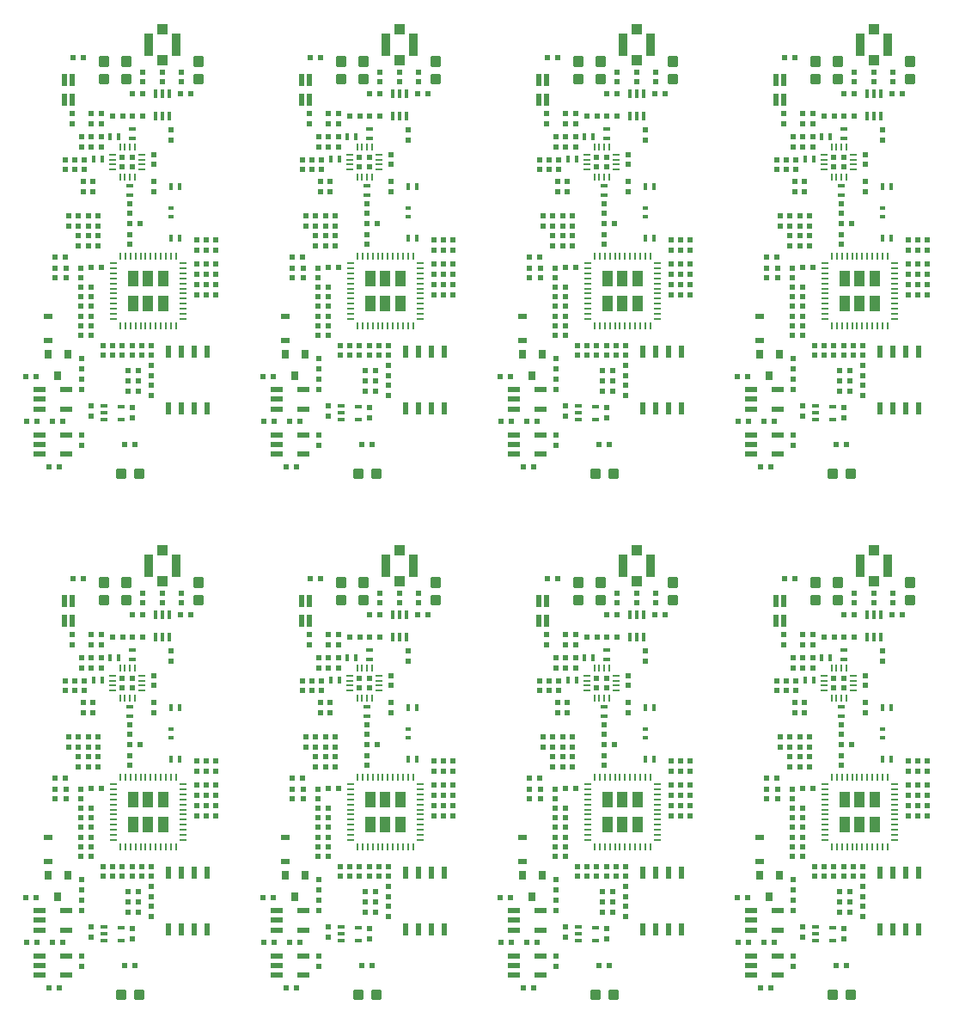
<source format=gtp>
G04 EAGLE Gerber RS-274X export*
G75*
%MOMM*%
%FSLAX34Y34*%
%LPD*%
%INSolderpaste Top*%
%IPPOS*%
%AMOC8*
5,1,8,0,0,1.08239X$1,22.5*%
G01*
%ADD10R,0.250000X0.700000*%
%ADD11R,0.700000X0.250000*%
%ADD12R,1.000000X1.500000*%
%ADD13R,0.250000X0.800000*%
%ADD14R,0.800000X0.250000*%
%ADD15R,0.600000X0.600000*%
%ADD16R,0.450000X0.950000*%
%ADD17R,0.850000X2.200000*%
%ADD18R,1.000000X1.050000*%
%ADD19R,0.750000X0.400000*%
%ADD20R,0.685800X0.330200*%
%ADD21C,0.300000*%
%ADD22R,0.500000X0.550000*%
%ADD23R,0.660400X0.355600*%
%ADD24R,0.355600X0.660400*%
%ADD25R,0.600000X0.400000*%
%ADD26R,0.600000X1.200000*%
%ADD27R,1.200000X0.550000*%
%ADD28R,0.550000X1.150000*%
%ADD29R,0.830000X0.630000*%
%ADD30R,0.800000X0.900000*%


D10*
X104580Y193330D03*
X109580Y193330D03*
X114580Y193330D03*
X119580Y193330D03*
X124580Y193330D03*
X129580Y193330D03*
X134580Y193330D03*
X139580Y193330D03*
X144580Y193330D03*
X149580Y193330D03*
X154580Y193330D03*
X159580Y193330D03*
D11*
X166080Y199830D03*
X166080Y204830D03*
X166080Y209830D03*
X166080Y214830D03*
X166080Y219830D03*
X166080Y224830D03*
X166080Y229830D03*
X166080Y234830D03*
X166080Y239830D03*
X166080Y244830D03*
X166080Y249830D03*
X166080Y254830D03*
D10*
X159580Y261330D03*
X154580Y261330D03*
X149580Y261330D03*
X144580Y261330D03*
X139580Y261330D03*
X134580Y261330D03*
X129580Y261330D03*
X124580Y261330D03*
X119580Y261330D03*
X114580Y261330D03*
X109580Y261330D03*
X104580Y261330D03*
D11*
X98080Y254830D03*
X98080Y249830D03*
X98080Y244830D03*
X98080Y239830D03*
X98080Y234830D03*
X98080Y229830D03*
X98080Y224830D03*
X98080Y219830D03*
X98080Y214830D03*
X98080Y209830D03*
X98080Y204830D03*
X98080Y199830D03*
D12*
X117080Y214830D03*
X117080Y239830D03*
X147080Y239830D03*
X147080Y214830D03*
X132080Y214830D03*
X132080Y239830D03*
D13*
X104260Y339830D03*
X109260Y339830D03*
X114260Y339830D03*
X119260Y339830D03*
D14*
X126260Y346830D03*
X126260Y351830D03*
X126260Y356830D03*
X126260Y361830D03*
D13*
X119260Y368830D03*
X114260Y368830D03*
X109260Y368830D03*
X104260Y368830D03*
D14*
X97260Y361830D03*
X97260Y356830D03*
X97260Y351830D03*
X97260Y346830D03*
D15*
X106760Y349330D03*
X106760Y359330D03*
X116760Y359330D03*
X116760Y349330D03*
D16*
X139550Y399210D03*
X146050Y399210D03*
X152550Y399210D03*
X152550Y421210D03*
X146050Y421210D03*
X139550Y421210D03*
D15*
X126920Y399415D03*
X116920Y399415D03*
X154305Y386000D03*
X154305Y376000D03*
X146050Y443150D03*
X146050Y433150D03*
D17*
X159800Y469900D03*
X132300Y469900D03*
D18*
X146050Y454650D03*
X146050Y485150D03*
D15*
X116205Y112315D03*
X116205Y102315D03*
D19*
X105405Y113815D03*
X105405Y100815D03*
D20*
X88900Y114046D03*
X88900Y107315D03*
X88900Y100584D03*
D15*
X76200Y114220D03*
X76200Y104220D03*
X44370Y53975D03*
X34370Y53975D03*
X12145Y99060D03*
X22145Y99060D03*
X122475Y128905D03*
X112475Y128905D03*
X122475Y149225D03*
X112475Y149225D03*
X122475Y139065D03*
X112475Y139065D03*
X135255Y144225D03*
X135255Y154225D03*
X135255Y134540D03*
X135255Y124540D03*
X126920Y421640D03*
X116920Y421640D03*
X163910Y421640D03*
X173910Y421640D03*
X198755Y267415D03*
X198755Y277415D03*
X179705Y267415D03*
X179705Y277415D03*
X189230Y267415D03*
X189230Y277415D03*
X198755Y243920D03*
X198755Y253920D03*
X179705Y243920D03*
X179705Y253920D03*
X189230Y243920D03*
X189230Y253920D03*
X165100Y443150D03*
X165100Y433150D03*
X127000Y443150D03*
X127000Y433150D03*
D21*
X178110Y439230D02*
X185110Y439230D01*
X185110Y432230D01*
X178110Y432230D01*
X178110Y439230D01*
X178110Y435080D02*
X185110Y435080D01*
X185110Y437930D02*
X178110Y437930D01*
X178110Y456770D02*
X185110Y456770D01*
X185110Y449770D01*
X178110Y449770D01*
X178110Y456770D01*
X178110Y452620D02*
X185110Y452620D01*
X185110Y455470D02*
X178110Y455470D01*
X113990Y439230D02*
X106990Y439230D01*
X113990Y439230D02*
X113990Y432230D01*
X106990Y432230D01*
X106990Y439230D01*
X106990Y435080D02*
X113990Y435080D01*
X113990Y437930D02*
X106990Y437930D01*
X106990Y456770D02*
X113990Y456770D01*
X113990Y449770D01*
X106990Y449770D01*
X106990Y456770D01*
X106990Y452620D02*
X113990Y452620D01*
X113990Y455470D02*
X106990Y455470D01*
D15*
X87630Y173910D03*
X87630Y163910D03*
X106680Y173910D03*
X106680Y163910D03*
X97155Y173910D03*
X97155Y163910D03*
X116205Y173910D03*
X116205Y163910D03*
X135255Y173910D03*
X135255Y163910D03*
X125730Y173910D03*
X125730Y163910D03*
X66120Y183515D03*
X76120Y183515D03*
X76120Y193040D03*
X66120Y193040D03*
X53975Y291545D03*
X53975Y301545D03*
X63500Y281860D03*
X63500Y271860D03*
X82550Y281860D03*
X82550Y271860D03*
X73025Y281860D03*
X73025Y271860D03*
X76120Y202565D03*
X66120Y202565D03*
X76120Y212090D03*
X66120Y212090D03*
X76120Y231140D03*
X66120Y231140D03*
X76120Y221615D03*
X66120Y221615D03*
D22*
X51420Y249860D03*
X51420Y240360D03*
X65420Y240360D03*
X65420Y249860D03*
D15*
X50720Y260350D03*
X40720Y260350D03*
X40640Y250110D03*
X40640Y240110D03*
X76280Y250190D03*
X86280Y250190D03*
X82550Y291545D03*
X82550Y301545D03*
X73025Y291545D03*
X73025Y301545D03*
X63500Y291545D03*
X63500Y301545D03*
X114300Y273130D03*
X114300Y283130D03*
X114300Y303610D03*
X114300Y313610D03*
X124380Y293370D03*
X114380Y293370D03*
D23*
X114300Y322072D03*
X114300Y330708D03*
D15*
X57150Y401875D03*
X57150Y391875D03*
X85725Y401875D03*
X85725Y391875D03*
X76200Y401875D03*
X76200Y391875D03*
X77470Y325200D03*
X77470Y335200D03*
X67945Y325200D03*
X67945Y335200D03*
D24*
X78232Y356870D03*
X86868Y356870D03*
D15*
X69215Y356790D03*
X69215Y346790D03*
X59690Y356790D03*
X59690Y346790D03*
D24*
X94107Y379095D03*
X102743Y379095D03*
D23*
X116840Y377952D03*
X116840Y386588D03*
D24*
X163068Y279400D03*
X154432Y279400D03*
X163068Y330200D03*
X154432Y330200D03*
D25*
X154305Y300800D03*
X154305Y308800D03*
D15*
X97235Y399415D03*
X107235Y399415D03*
X85725Y379015D03*
X85725Y369015D03*
X76200Y379015D03*
X76200Y369015D03*
X66675Y379015D03*
X66675Y369015D03*
X137795Y325200D03*
X137795Y335200D03*
X137795Y351870D03*
X137795Y361870D03*
X50165Y356790D03*
X50165Y346790D03*
X198755Y233600D03*
X198755Y223600D03*
X179705Y233600D03*
X179705Y223600D03*
X189230Y233600D03*
X189230Y223600D03*
X109300Y76200D03*
X119300Y76200D03*
D21*
X119570Y51125D02*
X119570Y44125D01*
X119570Y51125D02*
X126570Y51125D01*
X126570Y44125D01*
X119570Y44125D01*
X119570Y46975D02*
X126570Y46975D01*
X126570Y49825D02*
X119570Y49825D01*
X102030Y51125D02*
X102030Y44125D01*
X102030Y51125D02*
X109030Y51125D01*
X109030Y44125D01*
X102030Y44125D01*
X102030Y46975D02*
X109030Y46975D01*
X109030Y49825D02*
X102030Y49825D01*
D26*
X152400Y111700D03*
X165100Y111700D03*
X177800Y111700D03*
X190500Y111700D03*
X190500Y167700D03*
X177800Y167700D03*
X165100Y167700D03*
X152400Y167700D03*
D27*
X25099Y85700D03*
X25099Y76200D03*
X25099Y66700D03*
X51101Y66700D03*
X51101Y85700D03*
X25099Y130150D03*
X25099Y120650D03*
X25099Y111150D03*
X51101Y111150D03*
X51101Y130150D03*
D15*
X47545Y99060D03*
X37545Y99060D03*
X66675Y85645D03*
X66675Y75645D03*
X68500Y457200D03*
X58500Y457200D03*
D21*
X85400Y439230D02*
X92400Y439230D01*
X92400Y432230D01*
X85400Y432230D01*
X85400Y439230D01*
X85400Y435080D02*
X92400Y435080D01*
X92400Y437930D02*
X85400Y437930D01*
X85400Y456770D02*
X92400Y456770D01*
X92400Y449770D01*
X85400Y449770D01*
X85400Y456770D01*
X85400Y452620D02*
X92400Y452620D01*
X92400Y455470D02*
X85400Y455470D01*
D28*
X57340Y434950D03*
X49340Y434950D03*
X49340Y415950D03*
X57340Y415950D03*
D15*
X66675Y130255D03*
X66675Y140255D03*
X21510Y142875D03*
X11510Y142875D03*
D29*
X33655Y179000D03*
X33655Y202000D03*
D30*
X52680Y164940D03*
X33680Y164940D03*
X43180Y143940D03*
D15*
X66675Y150575D03*
X66675Y160575D03*
D10*
X338260Y193330D03*
X343260Y193330D03*
X348260Y193330D03*
X353260Y193330D03*
X358260Y193330D03*
X363260Y193330D03*
X368260Y193330D03*
X373260Y193330D03*
X378260Y193330D03*
X383260Y193330D03*
X388260Y193330D03*
X393260Y193330D03*
D11*
X399760Y199830D03*
X399760Y204830D03*
X399760Y209830D03*
X399760Y214830D03*
X399760Y219830D03*
X399760Y224830D03*
X399760Y229830D03*
X399760Y234830D03*
X399760Y239830D03*
X399760Y244830D03*
X399760Y249830D03*
X399760Y254830D03*
D10*
X393260Y261330D03*
X388260Y261330D03*
X383260Y261330D03*
X378260Y261330D03*
X373260Y261330D03*
X368260Y261330D03*
X363260Y261330D03*
X358260Y261330D03*
X353260Y261330D03*
X348260Y261330D03*
X343260Y261330D03*
X338260Y261330D03*
D11*
X331760Y254830D03*
X331760Y249830D03*
X331760Y244830D03*
X331760Y239830D03*
X331760Y234830D03*
X331760Y229830D03*
X331760Y224830D03*
X331760Y219830D03*
X331760Y214830D03*
X331760Y209830D03*
X331760Y204830D03*
X331760Y199830D03*
D12*
X350760Y214830D03*
X350760Y239830D03*
X380760Y239830D03*
X380760Y214830D03*
X365760Y214830D03*
X365760Y239830D03*
D13*
X337940Y339830D03*
X342940Y339830D03*
X347940Y339830D03*
X352940Y339830D03*
D14*
X359940Y346830D03*
X359940Y351830D03*
X359940Y356830D03*
X359940Y361830D03*
D13*
X352940Y368830D03*
X347940Y368830D03*
X342940Y368830D03*
X337940Y368830D03*
D14*
X330940Y361830D03*
X330940Y356830D03*
X330940Y351830D03*
X330940Y346830D03*
D15*
X340440Y349330D03*
X340440Y359330D03*
X350440Y359330D03*
X350440Y349330D03*
D16*
X373230Y399210D03*
X379730Y399210D03*
X386230Y399210D03*
X386230Y421210D03*
X379730Y421210D03*
X373230Y421210D03*
D15*
X360600Y399415D03*
X350600Y399415D03*
X387985Y386000D03*
X387985Y376000D03*
X379730Y443150D03*
X379730Y433150D03*
D17*
X393480Y469900D03*
X365980Y469900D03*
D18*
X379730Y454650D03*
X379730Y485150D03*
D15*
X349885Y112315D03*
X349885Y102315D03*
D19*
X339085Y113815D03*
X339085Y100815D03*
D20*
X322580Y114046D03*
X322580Y107315D03*
X322580Y100584D03*
D15*
X309880Y114220D03*
X309880Y104220D03*
X278050Y53975D03*
X268050Y53975D03*
X245825Y99060D03*
X255825Y99060D03*
X356155Y128905D03*
X346155Y128905D03*
X356155Y149225D03*
X346155Y149225D03*
X356155Y139065D03*
X346155Y139065D03*
X368935Y144225D03*
X368935Y154225D03*
X368935Y134540D03*
X368935Y124540D03*
X360600Y421640D03*
X350600Y421640D03*
X397590Y421640D03*
X407590Y421640D03*
X432435Y267415D03*
X432435Y277415D03*
X413385Y267415D03*
X413385Y277415D03*
X422910Y267415D03*
X422910Y277415D03*
X432435Y243920D03*
X432435Y253920D03*
X413385Y243920D03*
X413385Y253920D03*
X422910Y243920D03*
X422910Y253920D03*
X398780Y443150D03*
X398780Y433150D03*
X360680Y443150D03*
X360680Y433150D03*
D21*
X411790Y439230D02*
X418790Y439230D01*
X418790Y432230D01*
X411790Y432230D01*
X411790Y439230D01*
X411790Y435080D02*
X418790Y435080D01*
X418790Y437930D02*
X411790Y437930D01*
X411790Y456770D02*
X418790Y456770D01*
X418790Y449770D01*
X411790Y449770D01*
X411790Y456770D01*
X411790Y452620D02*
X418790Y452620D01*
X418790Y455470D02*
X411790Y455470D01*
X347670Y439230D02*
X340670Y439230D01*
X347670Y439230D02*
X347670Y432230D01*
X340670Y432230D01*
X340670Y439230D01*
X340670Y435080D02*
X347670Y435080D01*
X347670Y437930D02*
X340670Y437930D01*
X340670Y456770D02*
X347670Y456770D01*
X347670Y449770D01*
X340670Y449770D01*
X340670Y456770D01*
X340670Y452620D02*
X347670Y452620D01*
X347670Y455470D02*
X340670Y455470D01*
D15*
X321310Y173910D03*
X321310Y163910D03*
X340360Y173910D03*
X340360Y163910D03*
X330835Y173910D03*
X330835Y163910D03*
X349885Y173910D03*
X349885Y163910D03*
X368935Y173910D03*
X368935Y163910D03*
X359410Y173910D03*
X359410Y163910D03*
X299800Y183515D03*
X309800Y183515D03*
X309800Y193040D03*
X299800Y193040D03*
X287655Y291545D03*
X287655Y301545D03*
X297180Y281860D03*
X297180Y271860D03*
X316230Y281860D03*
X316230Y271860D03*
X306705Y281860D03*
X306705Y271860D03*
X309800Y202565D03*
X299800Y202565D03*
X309800Y212090D03*
X299800Y212090D03*
X309800Y231140D03*
X299800Y231140D03*
X309800Y221615D03*
X299800Y221615D03*
D22*
X285100Y249860D03*
X285100Y240360D03*
X299100Y240360D03*
X299100Y249860D03*
D15*
X284400Y260350D03*
X274400Y260350D03*
X274320Y250110D03*
X274320Y240110D03*
X309960Y250190D03*
X319960Y250190D03*
X316230Y291545D03*
X316230Y301545D03*
X306705Y291545D03*
X306705Y301545D03*
X297180Y291545D03*
X297180Y301545D03*
X347980Y273130D03*
X347980Y283130D03*
X347980Y303610D03*
X347980Y313610D03*
X358060Y293370D03*
X348060Y293370D03*
D23*
X347980Y322072D03*
X347980Y330708D03*
D15*
X290830Y401875D03*
X290830Y391875D03*
X319405Y401875D03*
X319405Y391875D03*
X309880Y401875D03*
X309880Y391875D03*
X311150Y325200D03*
X311150Y335200D03*
X301625Y325200D03*
X301625Y335200D03*
D24*
X311912Y356870D03*
X320548Y356870D03*
D15*
X302895Y356790D03*
X302895Y346790D03*
X293370Y356790D03*
X293370Y346790D03*
D24*
X327787Y379095D03*
X336423Y379095D03*
D23*
X350520Y377952D03*
X350520Y386588D03*
D24*
X396748Y279400D03*
X388112Y279400D03*
X396748Y330200D03*
X388112Y330200D03*
D25*
X387985Y300800D03*
X387985Y308800D03*
D15*
X330915Y399415D03*
X340915Y399415D03*
X319405Y379015D03*
X319405Y369015D03*
X309880Y379015D03*
X309880Y369015D03*
X300355Y379015D03*
X300355Y369015D03*
X371475Y325200D03*
X371475Y335200D03*
X371475Y351870D03*
X371475Y361870D03*
X283845Y356790D03*
X283845Y346790D03*
X432435Y233600D03*
X432435Y223600D03*
X413385Y233600D03*
X413385Y223600D03*
X422910Y233600D03*
X422910Y223600D03*
X342980Y76200D03*
X352980Y76200D03*
D21*
X353250Y51125D02*
X353250Y44125D01*
X353250Y51125D02*
X360250Y51125D01*
X360250Y44125D01*
X353250Y44125D01*
X353250Y46975D02*
X360250Y46975D01*
X360250Y49825D02*
X353250Y49825D01*
X335710Y51125D02*
X335710Y44125D01*
X335710Y51125D02*
X342710Y51125D01*
X342710Y44125D01*
X335710Y44125D01*
X335710Y46975D02*
X342710Y46975D01*
X342710Y49825D02*
X335710Y49825D01*
D26*
X386080Y111700D03*
X398780Y111700D03*
X411480Y111700D03*
X424180Y111700D03*
X424180Y167700D03*
X411480Y167700D03*
X398780Y167700D03*
X386080Y167700D03*
D27*
X258779Y85700D03*
X258779Y76200D03*
X258779Y66700D03*
X284781Y66700D03*
X284781Y85700D03*
X258779Y130150D03*
X258779Y120650D03*
X258779Y111150D03*
X284781Y111150D03*
X284781Y130150D03*
D15*
X281225Y99060D03*
X271225Y99060D03*
X300355Y85645D03*
X300355Y75645D03*
X302180Y457200D03*
X292180Y457200D03*
D21*
X319080Y439230D02*
X326080Y439230D01*
X326080Y432230D01*
X319080Y432230D01*
X319080Y439230D01*
X319080Y435080D02*
X326080Y435080D01*
X326080Y437930D02*
X319080Y437930D01*
X319080Y456770D02*
X326080Y456770D01*
X326080Y449770D01*
X319080Y449770D01*
X319080Y456770D01*
X319080Y452620D02*
X326080Y452620D01*
X326080Y455470D02*
X319080Y455470D01*
D28*
X291020Y434950D03*
X283020Y434950D03*
X283020Y415950D03*
X291020Y415950D03*
D15*
X300355Y130255D03*
X300355Y140255D03*
X255190Y142875D03*
X245190Y142875D03*
D29*
X267335Y179000D03*
X267335Y202000D03*
D30*
X286360Y164940D03*
X267360Y164940D03*
X276860Y143940D03*
D15*
X300355Y150575D03*
X300355Y160575D03*
D10*
X571940Y193330D03*
X576940Y193330D03*
X581940Y193330D03*
X586940Y193330D03*
X591940Y193330D03*
X596940Y193330D03*
X601940Y193330D03*
X606940Y193330D03*
X611940Y193330D03*
X616940Y193330D03*
X621940Y193330D03*
X626940Y193330D03*
D11*
X633440Y199830D03*
X633440Y204830D03*
X633440Y209830D03*
X633440Y214830D03*
X633440Y219830D03*
X633440Y224830D03*
X633440Y229830D03*
X633440Y234830D03*
X633440Y239830D03*
X633440Y244830D03*
X633440Y249830D03*
X633440Y254830D03*
D10*
X626940Y261330D03*
X621940Y261330D03*
X616940Y261330D03*
X611940Y261330D03*
X606940Y261330D03*
X601940Y261330D03*
X596940Y261330D03*
X591940Y261330D03*
X586940Y261330D03*
X581940Y261330D03*
X576940Y261330D03*
X571940Y261330D03*
D11*
X565440Y254830D03*
X565440Y249830D03*
X565440Y244830D03*
X565440Y239830D03*
X565440Y234830D03*
X565440Y229830D03*
X565440Y224830D03*
X565440Y219830D03*
X565440Y214830D03*
X565440Y209830D03*
X565440Y204830D03*
X565440Y199830D03*
D12*
X584440Y214830D03*
X584440Y239830D03*
X614440Y239830D03*
X614440Y214830D03*
X599440Y214830D03*
X599440Y239830D03*
D13*
X571620Y339830D03*
X576620Y339830D03*
X581620Y339830D03*
X586620Y339830D03*
D14*
X593620Y346830D03*
X593620Y351830D03*
X593620Y356830D03*
X593620Y361830D03*
D13*
X586620Y368830D03*
X581620Y368830D03*
X576620Y368830D03*
X571620Y368830D03*
D14*
X564620Y361830D03*
X564620Y356830D03*
X564620Y351830D03*
X564620Y346830D03*
D15*
X574120Y349330D03*
X574120Y359330D03*
X584120Y359330D03*
X584120Y349330D03*
D16*
X606910Y399210D03*
X613410Y399210D03*
X619910Y399210D03*
X619910Y421210D03*
X613410Y421210D03*
X606910Y421210D03*
D15*
X594280Y399415D03*
X584280Y399415D03*
X621665Y386000D03*
X621665Y376000D03*
X613410Y443150D03*
X613410Y433150D03*
D17*
X627160Y469900D03*
X599660Y469900D03*
D18*
X613410Y454650D03*
X613410Y485150D03*
D15*
X583565Y112315D03*
X583565Y102315D03*
D19*
X572765Y113815D03*
X572765Y100815D03*
D20*
X556260Y114046D03*
X556260Y107315D03*
X556260Y100584D03*
D15*
X543560Y114220D03*
X543560Y104220D03*
X511730Y53975D03*
X501730Y53975D03*
X479505Y99060D03*
X489505Y99060D03*
X589835Y128905D03*
X579835Y128905D03*
X589835Y149225D03*
X579835Y149225D03*
X589835Y139065D03*
X579835Y139065D03*
X602615Y144225D03*
X602615Y154225D03*
X602615Y134540D03*
X602615Y124540D03*
X594280Y421640D03*
X584280Y421640D03*
X631270Y421640D03*
X641270Y421640D03*
X666115Y267415D03*
X666115Y277415D03*
X647065Y267415D03*
X647065Y277415D03*
X656590Y267415D03*
X656590Y277415D03*
X666115Y243920D03*
X666115Y253920D03*
X647065Y243920D03*
X647065Y253920D03*
X656590Y243920D03*
X656590Y253920D03*
X632460Y443150D03*
X632460Y433150D03*
X594360Y443150D03*
X594360Y433150D03*
D21*
X645470Y439230D02*
X652470Y439230D01*
X652470Y432230D01*
X645470Y432230D01*
X645470Y439230D01*
X645470Y435080D02*
X652470Y435080D01*
X652470Y437930D02*
X645470Y437930D01*
X645470Y456770D02*
X652470Y456770D01*
X652470Y449770D01*
X645470Y449770D01*
X645470Y456770D01*
X645470Y452620D02*
X652470Y452620D01*
X652470Y455470D02*
X645470Y455470D01*
X581350Y439230D02*
X574350Y439230D01*
X581350Y439230D02*
X581350Y432230D01*
X574350Y432230D01*
X574350Y439230D01*
X574350Y435080D02*
X581350Y435080D01*
X581350Y437930D02*
X574350Y437930D01*
X574350Y456770D02*
X581350Y456770D01*
X581350Y449770D01*
X574350Y449770D01*
X574350Y456770D01*
X574350Y452620D02*
X581350Y452620D01*
X581350Y455470D02*
X574350Y455470D01*
D15*
X554990Y173910D03*
X554990Y163910D03*
X574040Y173910D03*
X574040Y163910D03*
X564515Y173910D03*
X564515Y163910D03*
X583565Y173910D03*
X583565Y163910D03*
X602615Y173910D03*
X602615Y163910D03*
X593090Y173910D03*
X593090Y163910D03*
X533480Y183515D03*
X543480Y183515D03*
X543480Y193040D03*
X533480Y193040D03*
X521335Y291545D03*
X521335Y301545D03*
X530860Y281860D03*
X530860Y271860D03*
X549910Y281860D03*
X549910Y271860D03*
X540385Y281860D03*
X540385Y271860D03*
X543480Y202565D03*
X533480Y202565D03*
X543480Y212090D03*
X533480Y212090D03*
X543480Y231140D03*
X533480Y231140D03*
X543480Y221615D03*
X533480Y221615D03*
D22*
X518780Y249860D03*
X518780Y240360D03*
X532780Y240360D03*
X532780Y249860D03*
D15*
X518080Y260350D03*
X508080Y260350D03*
X508000Y250110D03*
X508000Y240110D03*
X543640Y250190D03*
X553640Y250190D03*
X549910Y291545D03*
X549910Y301545D03*
X540385Y291545D03*
X540385Y301545D03*
X530860Y291545D03*
X530860Y301545D03*
X581660Y273130D03*
X581660Y283130D03*
X581660Y303610D03*
X581660Y313610D03*
X591740Y293370D03*
X581740Y293370D03*
D23*
X581660Y322072D03*
X581660Y330708D03*
D15*
X524510Y401875D03*
X524510Y391875D03*
X553085Y401875D03*
X553085Y391875D03*
X543560Y401875D03*
X543560Y391875D03*
X544830Y325200D03*
X544830Y335200D03*
X535305Y325200D03*
X535305Y335200D03*
D24*
X545592Y356870D03*
X554228Y356870D03*
D15*
X536575Y356790D03*
X536575Y346790D03*
X527050Y356790D03*
X527050Y346790D03*
D24*
X561467Y379095D03*
X570103Y379095D03*
D23*
X584200Y377952D03*
X584200Y386588D03*
D24*
X630428Y279400D03*
X621792Y279400D03*
X630428Y330200D03*
X621792Y330200D03*
D25*
X621665Y300800D03*
X621665Y308800D03*
D15*
X564595Y399415D03*
X574595Y399415D03*
X553085Y379015D03*
X553085Y369015D03*
X543560Y379015D03*
X543560Y369015D03*
X534035Y379015D03*
X534035Y369015D03*
X605155Y325200D03*
X605155Y335200D03*
X605155Y351870D03*
X605155Y361870D03*
X517525Y356790D03*
X517525Y346790D03*
X666115Y233600D03*
X666115Y223600D03*
X647065Y233600D03*
X647065Y223600D03*
X656590Y233600D03*
X656590Y223600D03*
X576660Y76200D03*
X586660Y76200D03*
D21*
X586930Y51125D02*
X586930Y44125D01*
X586930Y51125D02*
X593930Y51125D01*
X593930Y44125D01*
X586930Y44125D01*
X586930Y46975D02*
X593930Y46975D01*
X593930Y49825D02*
X586930Y49825D01*
X569390Y51125D02*
X569390Y44125D01*
X569390Y51125D02*
X576390Y51125D01*
X576390Y44125D01*
X569390Y44125D01*
X569390Y46975D02*
X576390Y46975D01*
X576390Y49825D02*
X569390Y49825D01*
D26*
X619760Y111700D03*
X632460Y111700D03*
X645160Y111700D03*
X657860Y111700D03*
X657860Y167700D03*
X645160Y167700D03*
X632460Y167700D03*
X619760Y167700D03*
D27*
X492459Y85700D03*
X492459Y76200D03*
X492459Y66700D03*
X518461Y66700D03*
X518461Y85700D03*
X492459Y130150D03*
X492459Y120650D03*
X492459Y111150D03*
X518461Y111150D03*
X518461Y130150D03*
D15*
X514905Y99060D03*
X504905Y99060D03*
X534035Y85645D03*
X534035Y75645D03*
X535860Y457200D03*
X525860Y457200D03*
D21*
X552760Y439230D02*
X559760Y439230D01*
X559760Y432230D01*
X552760Y432230D01*
X552760Y439230D01*
X552760Y435080D02*
X559760Y435080D01*
X559760Y437930D02*
X552760Y437930D01*
X552760Y456770D02*
X559760Y456770D01*
X559760Y449770D01*
X552760Y449770D01*
X552760Y456770D01*
X552760Y452620D02*
X559760Y452620D01*
X559760Y455470D02*
X552760Y455470D01*
D28*
X524700Y434950D03*
X516700Y434950D03*
X516700Y415950D03*
X524700Y415950D03*
D15*
X534035Y130255D03*
X534035Y140255D03*
X488870Y142875D03*
X478870Y142875D03*
D29*
X501015Y179000D03*
X501015Y202000D03*
D30*
X520040Y164940D03*
X501040Y164940D03*
X510540Y143940D03*
D15*
X534035Y150575D03*
X534035Y160575D03*
D10*
X805620Y193330D03*
X810620Y193330D03*
X815620Y193330D03*
X820620Y193330D03*
X825620Y193330D03*
X830620Y193330D03*
X835620Y193330D03*
X840620Y193330D03*
X845620Y193330D03*
X850620Y193330D03*
X855620Y193330D03*
X860620Y193330D03*
D11*
X867120Y199830D03*
X867120Y204830D03*
X867120Y209830D03*
X867120Y214830D03*
X867120Y219830D03*
X867120Y224830D03*
X867120Y229830D03*
X867120Y234830D03*
X867120Y239830D03*
X867120Y244830D03*
X867120Y249830D03*
X867120Y254830D03*
D10*
X860620Y261330D03*
X855620Y261330D03*
X850620Y261330D03*
X845620Y261330D03*
X840620Y261330D03*
X835620Y261330D03*
X830620Y261330D03*
X825620Y261330D03*
X820620Y261330D03*
X815620Y261330D03*
X810620Y261330D03*
X805620Y261330D03*
D11*
X799120Y254830D03*
X799120Y249830D03*
X799120Y244830D03*
X799120Y239830D03*
X799120Y234830D03*
X799120Y229830D03*
X799120Y224830D03*
X799120Y219830D03*
X799120Y214830D03*
X799120Y209830D03*
X799120Y204830D03*
X799120Y199830D03*
D12*
X818120Y214830D03*
X818120Y239830D03*
X848120Y239830D03*
X848120Y214830D03*
X833120Y214830D03*
X833120Y239830D03*
D13*
X805300Y339830D03*
X810300Y339830D03*
X815300Y339830D03*
X820300Y339830D03*
D14*
X827300Y346830D03*
X827300Y351830D03*
X827300Y356830D03*
X827300Y361830D03*
D13*
X820300Y368830D03*
X815300Y368830D03*
X810300Y368830D03*
X805300Y368830D03*
D14*
X798300Y361830D03*
X798300Y356830D03*
X798300Y351830D03*
X798300Y346830D03*
D15*
X807800Y349330D03*
X807800Y359330D03*
X817800Y359330D03*
X817800Y349330D03*
D16*
X840590Y399210D03*
X847090Y399210D03*
X853590Y399210D03*
X853590Y421210D03*
X847090Y421210D03*
X840590Y421210D03*
D15*
X827960Y399415D03*
X817960Y399415D03*
X855345Y386000D03*
X855345Y376000D03*
X847090Y443150D03*
X847090Y433150D03*
D17*
X860840Y469900D03*
X833340Y469900D03*
D18*
X847090Y454650D03*
X847090Y485150D03*
D15*
X817245Y112315D03*
X817245Y102315D03*
D19*
X806445Y113815D03*
X806445Y100815D03*
D20*
X789940Y114046D03*
X789940Y107315D03*
X789940Y100584D03*
D15*
X777240Y114220D03*
X777240Y104220D03*
X745410Y53975D03*
X735410Y53975D03*
X713185Y99060D03*
X723185Y99060D03*
X823515Y128905D03*
X813515Y128905D03*
X823515Y149225D03*
X813515Y149225D03*
X823515Y139065D03*
X813515Y139065D03*
X836295Y144225D03*
X836295Y154225D03*
X836295Y134540D03*
X836295Y124540D03*
X827960Y421640D03*
X817960Y421640D03*
X864950Y421640D03*
X874950Y421640D03*
X899795Y267415D03*
X899795Y277415D03*
X880745Y267415D03*
X880745Y277415D03*
X890270Y267415D03*
X890270Y277415D03*
X899795Y243920D03*
X899795Y253920D03*
X880745Y243920D03*
X880745Y253920D03*
X890270Y243920D03*
X890270Y253920D03*
X866140Y443150D03*
X866140Y433150D03*
X828040Y443150D03*
X828040Y433150D03*
D21*
X879150Y439230D02*
X886150Y439230D01*
X886150Y432230D01*
X879150Y432230D01*
X879150Y439230D01*
X879150Y435080D02*
X886150Y435080D01*
X886150Y437930D02*
X879150Y437930D01*
X879150Y456770D02*
X886150Y456770D01*
X886150Y449770D01*
X879150Y449770D01*
X879150Y456770D01*
X879150Y452620D02*
X886150Y452620D01*
X886150Y455470D02*
X879150Y455470D01*
X815030Y439230D02*
X808030Y439230D01*
X815030Y439230D02*
X815030Y432230D01*
X808030Y432230D01*
X808030Y439230D01*
X808030Y435080D02*
X815030Y435080D01*
X815030Y437930D02*
X808030Y437930D01*
X808030Y456770D02*
X815030Y456770D01*
X815030Y449770D01*
X808030Y449770D01*
X808030Y456770D01*
X808030Y452620D02*
X815030Y452620D01*
X815030Y455470D02*
X808030Y455470D01*
D15*
X788670Y173910D03*
X788670Y163910D03*
X807720Y173910D03*
X807720Y163910D03*
X798195Y173910D03*
X798195Y163910D03*
X817245Y173910D03*
X817245Y163910D03*
X836295Y173910D03*
X836295Y163910D03*
X826770Y173910D03*
X826770Y163910D03*
X767160Y183515D03*
X777160Y183515D03*
X777160Y193040D03*
X767160Y193040D03*
X755015Y291545D03*
X755015Y301545D03*
X764540Y281860D03*
X764540Y271860D03*
X783590Y281860D03*
X783590Y271860D03*
X774065Y281860D03*
X774065Y271860D03*
X777160Y202565D03*
X767160Y202565D03*
X777160Y212090D03*
X767160Y212090D03*
X777160Y231140D03*
X767160Y231140D03*
X777160Y221615D03*
X767160Y221615D03*
D22*
X752460Y249860D03*
X752460Y240360D03*
X766460Y240360D03*
X766460Y249860D03*
D15*
X751760Y260350D03*
X741760Y260350D03*
X741680Y250110D03*
X741680Y240110D03*
X777320Y250190D03*
X787320Y250190D03*
X783590Y291545D03*
X783590Y301545D03*
X774065Y291545D03*
X774065Y301545D03*
X764540Y291545D03*
X764540Y301545D03*
X815340Y273130D03*
X815340Y283130D03*
X815340Y303610D03*
X815340Y313610D03*
X825420Y293370D03*
X815420Y293370D03*
D23*
X815340Y322072D03*
X815340Y330708D03*
D15*
X758190Y401875D03*
X758190Y391875D03*
X786765Y401875D03*
X786765Y391875D03*
X777240Y401875D03*
X777240Y391875D03*
X778510Y325200D03*
X778510Y335200D03*
X768985Y325200D03*
X768985Y335200D03*
D24*
X779272Y356870D03*
X787908Y356870D03*
D15*
X770255Y356790D03*
X770255Y346790D03*
X760730Y356790D03*
X760730Y346790D03*
D24*
X795147Y379095D03*
X803783Y379095D03*
D23*
X817880Y377952D03*
X817880Y386588D03*
D24*
X864108Y279400D03*
X855472Y279400D03*
X864108Y330200D03*
X855472Y330200D03*
D25*
X855345Y300800D03*
X855345Y308800D03*
D15*
X798275Y399415D03*
X808275Y399415D03*
X786765Y379015D03*
X786765Y369015D03*
X777240Y379015D03*
X777240Y369015D03*
X767715Y379015D03*
X767715Y369015D03*
X838835Y325200D03*
X838835Y335200D03*
X838835Y351870D03*
X838835Y361870D03*
X751205Y356790D03*
X751205Y346790D03*
X899795Y233600D03*
X899795Y223600D03*
X880745Y233600D03*
X880745Y223600D03*
X890270Y233600D03*
X890270Y223600D03*
X810340Y76200D03*
X820340Y76200D03*
D21*
X820610Y51125D02*
X820610Y44125D01*
X820610Y51125D02*
X827610Y51125D01*
X827610Y44125D01*
X820610Y44125D01*
X820610Y46975D02*
X827610Y46975D01*
X827610Y49825D02*
X820610Y49825D01*
X803070Y51125D02*
X803070Y44125D01*
X803070Y51125D02*
X810070Y51125D01*
X810070Y44125D01*
X803070Y44125D01*
X803070Y46975D02*
X810070Y46975D01*
X810070Y49825D02*
X803070Y49825D01*
D26*
X853440Y111700D03*
X866140Y111700D03*
X878840Y111700D03*
X891540Y111700D03*
X891540Y167700D03*
X878840Y167700D03*
X866140Y167700D03*
X853440Y167700D03*
D27*
X726139Y85700D03*
X726139Y76200D03*
X726139Y66700D03*
X752141Y66700D03*
X752141Y85700D03*
X726139Y130150D03*
X726139Y120650D03*
X726139Y111150D03*
X752141Y111150D03*
X752141Y130150D03*
D15*
X748585Y99060D03*
X738585Y99060D03*
X767715Y85645D03*
X767715Y75645D03*
X769540Y457200D03*
X759540Y457200D03*
D21*
X786440Y439230D02*
X793440Y439230D01*
X793440Y432230D01*
X786440Y432230D01*
X786440Y439230D01*
X786440Y435080D02*
X793440Y435080D01*
X793440Y437930D02*
X786440Y437930D01*
X786440Y456770D02*
X793440Y456770D01*
X793440Y449770D01*
X786440Y449770D01*
X786440Y456770D01*
X786440Y452620D02*
X793440Y452620D01*
X793440Y455470D02*
X786440Y455470D01*
D28*
X758380Y434950D03*
X750380Y434950D03*
X750380Y415950D03*
X758380Y415950D03*
D15*
X767715Y130255D03*
X767715Y140255D03*
X722550Y142875D03*
X712550Y142875D03*
D29*
X734695Y179000D03*
X734695Y202000D03*
D30*
X753720Y164940D03*
X734720Y164940D03*
X744220Y143940D03*
D15*
X767715Y150575D03*
X767715Y160575D03*
D10*
X104580Y706410D03*
X109580Y706410D03*
X114580Y706410D03*
X119580Y706410D03*
X124580Y706410D03*
X129580Y706410D03*
X134580Y706410D03*
X139580Y706410D03*
X144580Y706410D03*
X149580Y706410D03*
X154580Y706410D03*
X159580Y706410D03*
D11*
X166080Y712910D03*
X166080Y717910D03*
X166080Y722910D03*
X166080Y727910D03*
X166080Y732910D03*
X166080Y737910D03*
X166080Y742910D03*
X166080Y747910D03*
X166080Y752910D03*
X166080Y757910D03*
X166080Y762910D03*
X166080Y767910D03*
D10*
X159580Y774410D03*
X154580Y774410D03*
X149580Y774410D03*
X144580Y774410D03*
X139580Y774410D03*
X134580Y774410D03*
X129580Y774410D03*
X124580Y774410D03*
X119580Y774410D03*
X114580Y774410D03*
X109580Y774410D03*
X104580Y774410D03*
D11*
X98080Y767910D03*
X98080Y762910D03*
X98080Y757910D03*
X98080Y752910D03*
X98080Y747910D03*
X98080Y742910D03*
X98080Y737910D03*
X98080Y732910D03*
X98080Y727910D03*
X98080Y722910D03*
X98080Y717910D03*
X98080Y712910D03*
D12*
X117080Y727910D03*
X117080Y752910D03*
X147080Y752910D03*
X147080Y727910D03*
X132080Y727910D03*
X132080Y752910D03*
D13*
X104260Y852910D03*
X109260Y852910D03*
X114260Y852910D03*
X119260Y852910D03*
D14*
X126260Y859910D03*
X126260Y864910D03*
X126260Y869910D03*
X126260Y874910D03*
D13*
X119260Y881910D03*
X114260Y881910D03*
X109260Y881910D03*
X104260Y881910D03*
D14*
X97260Y874910D03*
X97260Y869910D03*
X97260Y864910D03*
X97260Y859910D03*
D15*
X106760Y862410D03*
X106760Y872410D03*
X116760Y872410D03*
X116760Y862410D03*
D16*
X139550Y912290D03*
X146050Y912290D03*
X152550Y912290D03*
X152550Y934290D03*
X146050Y934290D03*
X139550Y934290D03*
D15*
X126920Y912495D03*
X116920Y912495D03*
X154305Y899080D03*
X154305Y889080D03*
X146050Y956230D03*
X146050Y946230D03*
D17*
X159800Y982980D03*
X132300Y982980D03*
D18*
X146050Y967730D03*
X146050Y998230D03*
D15*
X116205Y625395D03*
X116205Y615395D03*
D19*
X105405Y626895D03*
X105405Y613895D03*
D20*
X88900Y627126D03*
X88900Y620395D03*
X88900Y613664D03*
D15*
X76200Y627300D03*
X76200Y617300D03*
X44370Y567055D03*
X34370Y567055D03*
X12145Y612140D03*
X22145Y612140D03*
X122475Y641985D03*
X112475Y641985D03*
X122475Y662305D03*
X112475Y662305D03*
X122475Y652145D03*
X112475Y652145D03*
X135255Y657305D03*
X135255Y667305D03*
X135255Y647620D03*
X135255Y637620D03*
X126920Y934720D03*
X116920Y934720D03*
X163910Y934720D03*
X173910Y934720D03*
X198755Y780495D03*
X198755Y790495D03*
X179705Y780495D03*
X179705Y790495D03*
X189230Y780495D03*
X189230Y790495D03*
X198755Y757000D03*
X198755Y767000D03*
X179705Y757000D03*
X179705Y767000D03*
X189230Y757000D03*
X189230Y767000D03*
X165100Y956230D03*
X165100Y946230D03*
X127000Y956230D03*
X127000Y946230D03*
D21*
X178110Y952310D02*
X185110Y952310D01*
X185110Y945310D01*
X178110Y945310D01*
X178110Y952310D01*
X178110Y948160D02*
X185110Y948160D01*
X185110Y951010D02*
X178110Y951010D01*
X178110Y969850D02*
X185110Y969850D01*
X185110Y962850D01*
X178110Y962850D01*
X178110Y969850D01*
X178110Y965700D02*
X185110Y965700D01*
X185110Y968550D02*
X178110Y968550D01*
X113990Y952310D02*
X106990Y952310D01*
X113990Y952310D02*
X113990Y945310D01*
X106990Y945310D01*
X106990Y952310D01*
X106990Y948160D02*
X113990Y948160D01*
X113990Y951010D02*
X106990Y951010D01*
X106990Y969850D02*
X113990Y969850D01*
X113990Y962850D01*
X106990Y962850D01*
X106990Y969850D01*
X106990Y965700D02*
X113990Y965700D01*
X113990Y968550D02*
X106990Y968550D01*
D15*
X87630Y686990D03*
X87630Y676990D03*
X106680Y686990D03*
X106680Y676990D03*
X97155Y686990D03*
X97155Y676990D03*
X116205Y686990D03*
X116205Y676990D03*
X135255Y686990D03*
X135255Y676990D03*
X125730Y686990D03*
X125730Y676990D03*
X66120Y696595D03*
X76120Y696595D03*
X76120Y706120D03*
X66120Y706120D03*
X53975Y804625D03*
X53975Y814625D03*
X63500Y794940D03*
X63500Y784940D03*
X82550Y794940D03*
X82550Y784940D03*
X73025Y794940D03*
X73025Y784940D03*
X76120Y715645D03*
X66120Y715645D03*
X76120Y725170D03*
X66120Y725170D03*
X76120Y744220D03*
X66120Y744220D03*
X76120Y734695D03*
X66120Y734695D03*
D22*
X51420Y762940D03*
X51420Y753440D03*
X65420Y753440D03*
X65420Y762940D03*
D15*
X50720Y773430D03*
X40720Y773430D03*
X40640Y763190D03*
X40640Y753190D03*
X76280Y763270D03*
X86280Y763270D03*
X82550Y804625D03*
X82550Y814625D03*
X73025Y804625D03*
X73025Y814625D03*
X63500Y804625D03*
X63500Y814625D03*
X114300Y786210D03*
X114300Y796210D03*
X114300Y816690D03*
X114300Y826690D03*
X124380Y806450D03*
X114380Y806450D03*
D23*
X114300Y835152D03*
X114300Y843788D03*
D15*
X57150Y914955D03*
X57150Y904955D03*
X85725Y914955D03*
X85725Y904955D03*
X76200Y914955D03*
X76200Y904955D03*
X77470Y838280D03*
X77470Y848280D03*
X67945Y838280D03*
X67945Y848280D03*
D24*
X78232Y869950D03*
X86868Y869950D03*
D15*
X69215Y869870D03*
X69215Y859870D03*
X59690Y869870D03*
X59690Y859870D03*
D24*
X94107Y892175D03*
X102743Y892175D03*
D23*
X116840Y891032D03*
X116840Y899668D03*
D24*
X163068Y792480D03*
X154432Y792480D03*
X163068Y843280D03*
X154432Y843280D03*
D25*
X154305Y813880D03*
X154305Y821880D03*
D15*
X97235Y912495D03*
X107235Y912495D03*
X85725Y892095D03*
X85725Y882095D03*
X76200Y892095D03*
X76200Y882095D03*
X66675Y892095D03*
X66675Y882095D03*
X137795Y838280D03*
X137795Y848280D03*
X137795Y864950D03*
X137795Y874950D03*
X50165Y869870D03*
X50165Y859870D03*
X198755Y746680D03*
X198755Y736680D03*
X179705Y746680D03*
X179705Y736680D03*
X189230Y746680D03*
X189230Y736680D03*
X109300Y589280D03*
X119300Y589280D03*
D21*
X119570Y564205D02*
X119570Y557205D01*
X119570Y564205D02*
X126570Y564205D01*
X126570Y557205D01*
X119570Y557205D01*
X119570Y560055D02*
X126570Y560055D01*
X126570Y562905D02*
X119570Y562905D01*
X102030Y564205D02*
X102030Y557205D01*
X102030Y564205D02*
X109030Y564205D01*
X109030Y557205D01*
X102030Y557205D01*
X102030Y560055D02*
X109030Y560055D01*
X109030Y562905D02*
X102030Y562905D01*
D26*
X152400Y624780D03*
X165100Y624780D03*
X177800Y624780D03*
X190500Y624780D03*
X190500Y680780D03*
X177800Y680780D03*
X165100Y680780D03*
X152400Y680780D03*
D27*
X25099Y598780D03*
X25099Y589280D03*
X25099Y579780D03*
X51101Y579780D03*
X51101Y598780D03*
X25099Y643230D03*
X25099Y633730D03*
X25099Y624230D03*
X51101Y624230D03*
X51101Y643230D03*
D15*
X47545Y612140D03*
X37545Y612140D03*
X66675Y598725D03*
X66675Y588725D03*
X68500Y970280D03*
X58500Y970280D03*
D21*
X85400Y952310D02*
X92400Y952310D01*
X92400Y945310D01*
X85400Y945310D01*
X85400Y952310D01*
X85400Y948160D02*
X92400Y948160D01*
X92400Y951010D02*
X85400Y951010D01*
X85400Y969850D02*
X92400Y969850D01*
X92400Y962850D01*
X85400Y962850D01*
X85400Y969850D01*
X85400Y965700D02*
X92400Y965700D01*
X92400Y968550D02*
X85400Y968550D01*
D28*
X57340Y948030D03*
X49340Y948030D03*
X49340Y929030D03*
X57340Y929030D03*
D15*
X66675Y643335D03*
X66675Y653335D03*
X21510Y655955D03*
X11510Y655955D03*
D29*
X33655Y692080D03*
X33655Y715080D03*
D30*
X52680Y678020D03*
X33680Y678020D03*
X43180Y657020D03*
D15*
X66675Y663655D03*
X66675Y673655D03*
D10*
X338260Y706410D03*
X343260Y706410D03*
X348260Y706410D03*
X353260Y706410D03*
X358260Y706410D03*
X363260Y706410D03*
X368260Y706410D03*
X373260Y706410D03*
X378260Y706410D03*
X383260Y706410D03*
X388260Y706410D03*
X393260Y706410D03*
D11*
X399760Y712910D03*
X399760Y717910D03*
X399760Y722910D03*
X399760Y727910D03*
X399760Y732910D03*
X399760Y737910D03*
X399760Y742910D03*
X399760Y747910D03*
X399760Y752910D03*
X399760Y757910D03*
X399760Y762910D03*
X399760Y767910D03*
D10*
X393260Y774410D03*
X388260Y774410D03*
X383260Y774410D03*
X378260Y774410D03*
X373260Y774410D03*
X368260Y774410D03*
X363260Y774410D03*
X358260Y774410D03*
X353260Y774410D03*
X348260Y774410D03*
X343260Y774410D03*
X338260Y774410D03*
D11*
X331760Y767910D03*
X331760Y762910D03*
X331760Y757910D03*
X331760Y752910D03*
X331760Y747910D03*
X331760Y742910D03*
X331760Y737910D03*
X331760Y732910D03*
X331760Y727910D03*
X331760Y722910D03*
X331760Y717910D03*
X331760Y712910D03*
D12*
X350760Y727910D03*
X350760Y752910D03*
X380760Y752910D03*
X380760Y727910D03*
X365760Y727910D03*
X365760Y752910D03*
D13*
X337940Y852910D03*
X342940Y852910D03*
X347940Y852910D03*
X352940Y852910D03*
D14*
X359940Y859910D03*
X359940Y864910D03*
X359940Y869910D03*
X359940Y874910D03*
D13*
X352940Y881910D03*
X347940Y881910D03*
X342940Y881910D03*
X337940Y881910D03*
D14*
X330940Y874910D03*
X330940Y869910D03*
X330940Y864910D03*
X330940Y859910D03*
D15*
X340440Y862410D03*
X340440Y872410D03*
X350440Y872410D03*
X350440Y862410D03*
D16*
X373230Y912290D03*
X379730Y912290D03*
X386230Y912290D03*
X386230Y934290D03*
X379730Y934290D03*
X373230Y934290D03*
D15*
X360600Y912495D03*
X350600Y912495D03*
X387985Y899080D03*
X387985Y889080D03*
X379730Y956230D03*
X379730Y946230D03*
D17*
X393480Y982980D03*
X365980Y982980D03*
D18*
X379730Y967730D03*
X379730Y998230D03*
D15*
X349885Y625395D03*
X349885Y615395D03*
D19*
X339085Y626895D03*
X339085Y613895D03*
D20*
X322580Y627126D03*
X322580Y620395D03*
X322580Y613664D03*
D15*
X309880Y627300D03*
X309880Y617300D03*
X278050Y567055D03*
X268050Y567055D03*
X245825Y612140D03*
X255825Y612140D03*
X356155Y641985D03*
X346155Y641985D03*
X356155Y662305D03*
X346155Y662305D03*
X356155Y652145D03*
X346155Y652145D03*
X368935Y657305D03*
X368935Y667305D03*
X368935Y647620D03*
X368935Y637620D03*
X360600Y934720D03*
X350600Y934720D03*
X397590Y934720D03*
X407590Y934720D03*
X432435Y780495D03*
X432435Y790495D03*
X413385Y780495D03*
X413385Y790495D03*
X422910Y780495D03*
X422910Y790495D03*
X432435Y757000D03*
X432435Y767000D03*
X413385Y757000D03*
X413385Y767000D03*
X422910Y757000D03*
X422910Y767000D03*
X398780Y956230D03*
X398780Y946230D03*
X360680Y956230D03*
X360680Y946230D03*
D21*
X411790Y952310D02*
X418790Y952310D01*
X418790Y945310D01*
X411790Y945310D01*
X411790Y952310D01*
X411790Y948160D02*
X418790Y948160D01*
X418790Y951010D02*
X411790Y951010D01*
X411790Y969850D02*
X418790Y969850D01*
X418790Y962850D01*
X411790Y962850D01*
X411790Y969850D01*
X411790Y965700D02*
X418790Y965700D01*
X418790Y968550D02*
X411790Y968550D01*
X347670Y952310D02*
X340670Y952310D01*
X347670Y952310D02*
X347670Y945310D01*
X340670Y945310D01*
X340670Y952310D01*
X340670Y948160D02*
X347670Y948160D01*
X347670Y951010D02*
X340670Y951010D01*
X340670Y969850D02*
X347670Y969850D01*
X347670Y962850D01*
X340670Y962850D01*
X340670Y969850D01*
X340670Y965700D02*
X347670Y965700D01*
X347670Y968550D02*
X340670Y968550D01*
D15*
X321310Y686990D03*
X321310Y676990D03*
X340360Y686990D03*
X340360Y676990D03*
X330835Y686990D03*
X330835Y676990D03*
X349885Y686990D03*
X349885Y676990D03*
X368935Y686990D03*
X368935Y676990D03*
X359410Y686990D03*
X359410Y676990D03*
X299800Y696595D03*
X309800Y696595D03*
X309800Y706120D03*
X299800Y706120D03*
X287655Y804625D03*
X287655Y814625D03*
X297180Y794940D03*
X297180Y784940D03*
X316230Y794940D03*
X316230Y784940D03*
X306705Y794940D03*
X306705Y784940D03*
X309800Y715645D03*
X299800Y715645D03*
X309800Y725170D03*
X299800Y725170D03*
X309800Y744220D03*
X299800Y744220D03*
X309800Y734695D03*
X299800Y734695D03*
D22*
X285100Y762940D03*
X285100Y753440D03*
X299100Y753440D03*
X299100Y762940D03*
D15*
X284400Y773430D03*
X274400Y773430D03*
X274320Y763190D03*
X274320Y753190D03*
X309960Y763270D03*
X319960Y763270D03*
X316230Y804625D03*
X316230Y814625D03*
X306705Y804625D03*
X306705Y814625D03*
X297180Y804625D03*
X297180Y814625D03*
X347980Y786210D03*
X347980Y796210D03*
X347980Y816690D03*
X347980Y826690D03*
X358060Y806450D03*
X348060Y806450D03*
D23*
X347980Y835152D03*
X347980Y843788D03*
D15*
X290830Y914955D03*
X290830Y904955D03*
X319405Y914955D03*
X319405Y904955D03*
X309880Y914955D03*
X309880Y904955D03*
X311150Y838280D03*
X311150Y848280D03*
X301625Y838280D03*
X301625Y848280D03*
D24*
X311912Y869950D03*
X320548Y869950D03*
D15*
X302895Y869870D03*
X302895Y859870D03*
X293370Y869870D03*
X293370Y859870D03*
D24*
X327787Y892175D03*
X336423Y892175D03*
D23*
X350520Y891032D03*
X350520Y899668D03*
D24*
X396748Y792480D03*
X388112Y792480D03*
X396748Y843280D03*
X388112Y843280D03*
D25*
X387985Y813880D03*
X387985Y821880D03*
D15*
X330915Y912495D03*
X340915Y912495D03*
X319405Y892095D03*
X319405Y882095D03*
X309880Y892095D03*
X309880Y882095D03*
X300355Y892095D03*
X300355Y882095D03*
X371475Y838280D03*
X371475Y848280D03*
X371475Y864950D03*
X371475Y874950D03*
X283845Y869870D03*
X283845Y859870D03*
X432435Y746680D03*
X432435Y736680D03*
X413385Y746680D03*
X413385Y736680D03*
X422910Y746680D03*
X422910Y736680D03*
X342980Y589280D03*
X352980Y589280D03*
D21*
X353250Y564205D02*
X353250Y557205D01*
X353250Y564205D02*
X360250Y564205D01*
X360250Y557205D01*
X353250Y557205D01*
X353250Y560055D02*
X360250Y560055D01*
X360250Y562905D02*
X353250Y562905D01*
X335710Y564205D02*
X335710Y557205D01*
X335710Y564205D02*
X342710Y564205D01*
X342710Y557205D01*
X335710Y557205D01*
X335710Y560055D02*
X342710Y560055D01*
X342710Y562905D02*
X335710Y562905D01*
D26*
X386080Y624780D03*
X398780Y624780D03*
X411480Y624780D03*
X424180Y624780D03*
X424180Y680780D03*
X411480Y680780D03*
X398780Y680780D03*
X386080Y680780D03*
D27*
X258779Y598780D03*
X258779Y589280D03*
X258779Y579780D03*
X284781Y579780D03*
X284781Y598780D03*
X258779Y643230D03*
X258779Y633730D03*
X258779Y624230D03*
X284781Y624230D03*
X284781Y643230D03*
D15*
X281225Y612140D03*
X271225Y612140D03*
X300355Y598725D03*
X300355Y588725D03*
X302180Y970280D03*
X292180Y970280D03*
D21*
X319080Y952310D02*
X326080Y952310D01*
X326080Y945310D01*
X319080Y945310D01*
X319080Y952310D01*
X319080Y948160D02*
X326080Y948160D01*
X326080Y951010D02*
X319080Y951010D01*
X319080Y969850D02*
X326080Y969850D01*
X326080Y962850D01*
X319080Y962850D01*
X319080Y969850D01*
X319080Y965700D02*
X326080Y965700D01*
X326080Y968550D02*
X319080Y968550D01*
D28*
X291020Y948030D03*
X283020Y948030D03*
X283020Y929030D03*
X291020Y929030D03*
D15*
X300355Y643335D03*
X300355Y653335D03*
X255190Y655955D03*
X245190Y655955D03*
D29*
X267335Y692080D03*
X267335Y715080D03*
D30*
X286360Y678020D03*
X267360Y678020D03*
X276860Y657020D03*
D15*
X300355Y663655D03*
X300355Y673655D03*
D10*
X571940Y706410D03*
X576940Y706410D03*
X581940Y706410D03*
X586940Y706410D03*
X591940Y706410D03*
X596940Y706410D03*
X601940Y706410D03*
X606940Y706410D03*
X611940Y706410D03*
X616940Y706410D03*
X621940Y706410D03*
X626940Y706410D03*
D11*
X633440Y712910D03*
X633440Y717910D03*
X633440Y722910D03*
X633440Y727910D03*
X633440Y732910D03*
X633440Y737910D03*
X633440Y742910D03*
X633440Y747910D03*
X633440Y752910D03*
X633440Y757910D03*
X633440Y762910D03*
X633440Y767910D03*
D10*
X626940Y774410D03*
X621940Y774410D03*
X616940Y774410D03*
X611940Y774410D03*
X606940Y774410D03*
X601940Y774410D03*
X596940Y774410D03*
X591940Y774410D03*
X586940Y774410D03*
X581940Y774410D03*
X576940Y774410D03*
X571940Y774410D03*
D11*
X565440Y767910D03*
X565440Y762910D03*
X565440Y757910D03*
X565440Y752910D03*
X565440Y747910D03*
X565440Y742910D03*
X565440Y737910D03*
X565440Y732910D03*
X565440Y727910D03*
X565440Y722910D03*
X565440Y717910D03*
X565440Y712910D03*
D12*
X584440Y727910D03*
X584440Y752910D03*
X614440Y752910D03*
X614440Y727910D03*
X599440Y727910D03*
X599440Y752910D03*
D13*
X571620Y852910D03*
X576620Y852910D03*
X581620Y852910D03*
X586620Y852910D03*
D14*
X593620Y859910D03*
X593620Y864910D03*
X593620Y869910D03*
X593620Y874910D03*
D13*
X586620Y881910D03*
X581620Y881910D03*
X576620Y881910D03*
X571620Y881910D03*
D14*
X564620Y874910D03*
X564620Y869910D03*
X564620Y864910D03*
X564620Y859910D03*
D15*
X574120Y862410D03*
X574120Y872410D03*
X584120Y872410D03*
X584120Y862410D03*
D16*
X606910Y912290D03*
X613410Y912290D03*
X619910Y912290D03*
X619910Y934290D03*
X613410Y934290D03*
X606910Y934290D03*
D15*
X594280Y912495D03*
X584280Y912495D03*
X621665Y899080D03*
X621665Y889080D03*
X613410Y956230D03*
X613410Y946230D03*
D17*
X627160Y982980D03*
X599660Y982980D03*
D18*
X613410Y967730D03*
X613410Y998230D03*
D15*
X583565Y625395D03*
X583565Y615395D03*
D19*
X572765Y626895D03*
X572765Y613895D03*
D20*
X556260Y627126D03*
X556260Y620395D03*
X556260Y613664D03*
D15*
X543560Y627300D03*
X543560Y617300D03*
X511730Y567055D03*
X501730Y567055D03*
X479505Y612140D03*
X489505Y612140D03*
X589835Y641985D03*
X579835Y641985D03*
X589835Y662305D03*
X579835Y662305D03*
X589835Y652145D03*
X579835Y652145D03*
X602615Y657305D03*
X602615Y667305D03*
X602615Y647620D03*
X602615Y637620D03*
X594280Y934720D03*
X584280Y934720D03*
X631270Y934720D03*
X641270Y934720D03*
X666115Y780495D03*
X666115Y790495D03*
X647065Y780495D03*
X647065Y790495D03*
X656590Y780495D03*
X656590Y790495D03*
X666115Y757000D03*
X666115Y767000D03*
X647065Y757000D03*
X647065Y767000D03*
X656590Y757000D03*
X656590Y767000D03*
X632460Y956230D03*
X632460Y946230D03*
X594360Y956230D03*
X594360Y946230D03*
D21*
X645470Y952310D02*
X652470Y952310D01*
X652470Y945310D01*
X645470Y945310D01*
X645470Y952310D01*
X645470Y948160D02*
X652470Y948160D01*
X652470Y951010D02*
X645470Y951010D01*
X645470Y969850D02*
X652470Y969850D01*
X652470Y962850D01*
X645470Y962850D01*
X645470Y969850D01*
X645470Y965700D02*
X652470Y965700D01*
X652470Y968550D02*
X645470Y968550D01*
X581350Y952310D02*
X574350Y952310D01*
X581350Y952310D02*
X581350Y945310D01*
X574350Y945310D01*
X574350Y952310D01*
X574350Y948160D02*
X581350Y948160D01*
X581350Y951010D02*
X574350Y951010D01*
X574350Y969850D02*
X581350Y969850D01*
X581350Y962850D01*
X574350Y962850D01*
X574350Y969850D01*
X574350Y965700D02*
X581350Y965700D01*
X581350Y968550D02*
X574350Y968550D01*
D15*
X554990Y686990D03*
X554990Y676990D03*
X574040Y686990D03*
X574040Y676990D03*
X564515Y686990D03*
X564515Y676990D03*
X583565Y686990D03*
X583565Y676990D03*
X602615Y686990D03*
X602615Y676990D03*
X593090Y686990D03*
X593090Y676990D03*
X533480Y696595D03*
X543480Y696595D03*
X543480Y706120D03*
X533480Y706120D03*
X521335Y804625D03*
X521335Y814625D03*
X530860Y794940D03*
X530860Y784940D03*
X549910Y794940D03*
X549910Y784940D03*
X540385Y794940D03*
X540385Y784940D03*
X543480Y715645D03*
X533480Y715645D03*
X543480Y725170D03*
X533480Y725170D03*
X543480Y744220D03*
X533480Y744220D03*
X543480Y734695D03*
X533480Y734695D03*
D22*
X518780Y762940D03*
X518780Y753440D03*
X532780Y753440D03*
X532780Y762940D03*
D15*
X518080Y773430D03*
X508080Y773430D03*
X508000Y763190D03*
X508000Y753190D03*
X543640Y763270D03*
X553640Y763270D03*
X549910Y804625D03*
X549910Y814625D03*
X540385Y804625D03*
X540385Y814625D03*
X530860Y804625D03*
X530860Y814625D03*
X581660Y786210D03*
X581660Y796210D03*
X581660Y816690D03*
X581660Y826690D03*
X591740Y806450D03*
X581740Y806450D03*
D23*
X581660Y835152D03*
X581660Y843788D03*
D15*
X524510Y914955D03*
X524510Y904955D03*
X553085Y914955D03*
X553085Y904955D03*
X543560Y914955D03*
X543560Y904955D03*
X544830Y838280D03*
X544830Y848280D03*
X535305Y838280D03*
X535305Y848280D03*
D24*
X545592Y869950D03*
X554228Y869950D03*
D15*
X536575Y869870D03*
X536575Y859870D03*
X527050Y869870D03*
X527050Y859870D03*
D24*
X561467Y892175D03*
X570103Y892175D03*
D23*
X584200Y891032D03*
X584200Y899668D03*
D24*
X630428Y792480D03*
X621792Y792480D03*
X630428Y843280D03*
X621792Y843280D03*
D25*
X621665Y813880D03*
X621665Y821880D03*
D15*
X564595Y912495D03*
X574595Y912495D03*
X553085Y892095D03*
X553085Y882095D03*
X543560Y892095D03*
X543560Y882095D03*
X534035Y892095D03*
X534035Y882095D03*
X605155Y838280D03*
X605155Y848280D03*
X605155Y864950D03*
X605155Y874950D03*
X517525Y869870D03*
X517525Y859870D03*
X666115Y746680D03*
X666115Y736680D03*
X647065Y746680D03*
X647065Y736680D03*
X656590Y746680D03*
X656590Y736680D03*
X576660Y589280D03*
X586660Y589280D03*
D21*
X586930Y564205D02*
X586930Y557205D01*
X586930Y564205D02*
X593930Y564205D01*
X593930Y557205D01*
X586930Y557205D01*
X586930Y560055D02*
X593930Y560055D01*
X593930Y562905D02*
X586930Y562905D01*
X569390Y564205D02*
X569390Y557205D01*
X569390Y564205D02*
X576390Y564205D01*
X576390Y557205D01*
X569390Y557205D01*
X569390Y560055D02*
X576390Y560055D01*
X576390Y562905D02*
X569390Y562905D01*
D26*
X619760Y624780D03*
X632460Y624780D03*
X645160Y624780D03*
X657860Y624780D03*
X657860Y680780D03*
X645160Y680780D03*
X632460Y680780D03*
X619760Y680780D03*
D27*
X492459Y598780D03*
X492459Y589280D03*
X492459Y579780D03*
X518461Y579780D03*
X518461Y598780D03*
X492459Y643230D03*
X492459Y633730D03*
X492459Y624230D03*
X518461Y624230D03*
X518461Y643230D03*
D15*
X514905Y612140D03*
X504905Y612140D03*
X534035Y598725D03*
X534035Y588725D03*
X535860Y970280D03*
X525860Y970280D03*
D21*
X552760Y952310D02*
X559760Y952310D01*
X559760Y945310D01*
X552760Y945310D01*
X552760Y952310D01*
X552760Y948160D02*
X559760Y948160D01*
X559760Y951010D02*
X552760Y951010D01*
X552760Y969850D02*
X559760Y969850D01*
X559760Y962850D01*
X552760Y962850D01*
X552760Y969850D01*
X552760Y965700D02*
X559760Y965700D01*
X559760Y968550D02*
X552760Y968550D01*
D28*
X524700Y948030D03*
X516700Y948030D03*
X516700Y929030D03*
X524700Y929030D03*
D15*
X534035Y643335D03*
X534035Y653335D03*
X488870Y655955D03*
X478870Y655955D03*
D29*
X501015Y692080D03*
X501015Y715080D03*
D30*
X520040Y678020D03*
X501040Y678020D03*
X510540Y657020D03*
D15*
X534035Y663655D03*
X534035Y673655D03*
D10*
X805620Y706410D03*
X810620Y706410D03*
X815620Y706410D03*
X820620Y706410D03*
X825620Y706410D03*
X830620Y706410D03*
X835620Y706410D03*
X840620Y706410D03*
X845620Y706410D03*
X850620Y706410D03*
X855620Y706410D03*
X860620Y706410D03*
D11*
X867120Y712910D03*
X867120Y717910D03*
X867120Y722910D03*
X867120Y727910D03*
X867120Y732910D03*
X867120Y737910D03*
X867120Y742910D03*
X867120Y747910D03*
X867120Y752910D03*
X867120Y757910D03*
X867120Y762910D03*
X867120Y767910D03*
D10*
X860620Y774410D03*
X855620Y774410D03*
X850620Y774410D03*
X845620Y774410D03*
X840620Y774410D03*
X835620Y774410D03*
X830620Y774410D03*
X825620Y774410D03*
X820620Y774410D03*
X815620Y774410D03*
X810620Y774410D03*
X805620Y774410D03*
D11*
X799120Y767910D03*
X799120Y762910D03*
X799120Y757910D03*
X799120Y752910D03*
X799120Y747910D03*
X799120Y742910D03*
X799120Y737910D03*
X799120Y732910D03*
X799120Y727910D03*
X799120Y722910D03*
X799120Y717910D03*
X799120Y712910D03*
D12*
X818120Y727910D03*
X818120Y752910D03*
X848120Y752910D03*
X848120Y727910D03*
X833120Y727910D03*
X833120Y752910D03*
D13*
X805300Y852910D03*
X810300Y852910D03*
X815300Y852910D03*
X820300Y852910D03*
D14*
X827300Y859910D03*
X827300Y864910D03*
X827300Y869910D03*
X827300Y874910D03*
D13*
X820300Y881910D03*
X815300Y881910D03*
X810300Y881910D03*
X805300Y881910D03*
D14*
X798300Y874910D03*
X798300Y869910D03*
X798300Y864910D03*
X798300Y859910D03*
D15*
X807800Y862410D03*
X807800Y872410D03*
X817800Y872410D03*
X817800Y862410D03*
D16*
X840590Y912290D03*
X847090Y912290D03*
X853590Y912290D03*
X853590Y934290D03*
X847090Y934290D03*
X840590Y934290D03*
D15*
X827960Y912495D03*
X817960Y912495D03*
X855345Y899080D03*
X855345Y889080D03*
X847090Y956230D03*
X847090Y946230D03*
D17*
X860840Y982980D03*
X833340Y982980D03*
D18*
X847090Y967730D03*
X847090Y998230D03*
D15*
X817245Y625395D03*
X817245Y615395D03*
D19*
X806445Y626895D03*
X806445Y613895D03*
D20*
X789940Y627126D03*
X789940Y620395D03*
X789940Y613664D03*
D15*
X777240Y627300D03*
X777240Y617300D03*
X745410Y567055D03*
X735410Y567055D03*
X713185Y612140D03*
X723185Y612140D03*
X823515Y641985D03*
X813515Y641985D03*
X823515Y662305D03*
X813515Y662305D03*
X823515Y652145D03*
X813515Y652145D03*
X836295Y657305D03*
X836295Y667305D03*
X836295Y647620D03*
X836295Y637620D03*
X827960Y934720D03*
X817960Y934720D03*
X864950Y934720D03*
X874950Y934720D03*
X899795Y780495D03*
X899795Y790495D03*
X880745Y780495D03*
X880745Y790495D03*
X890270Y780495D03*
X890270Y790495D03*
X899795Y757000D03*
X899795Y767000D03*
X880745Y757000D03*
X880745Y767000D03*
X890270Y757000D03*
X890270Y767000D03*
X866140Y956230D03*
X866140Y946230D03*
X828040Y956230D03*
X828040Y946230D03*
D21*
X879150Y952310D02*
X886150Y952310D01*
X886150Y945310D01*
X879150Y945310D01*
X879150Y952310D01*
X879150Y948160D02*
X886150Y948160D01*
X886150Y951010D02*
X879150Y951010D01*
X879150Y969850D02*
X886150Y969850D01*
X886150Y962850D01*
X879150Y962850D01*
X879150Y969850D01*
X879150Y965700D02*
X886150Y965700D01*
X886150Y968550D02*
X879150Y968550D01*
X815030Y952310D02*
X808030Y952310D01*
X815030Y952310D02*
X815030Y945310D01*
X808030Y945310D01*
X808030Y952310D01*
X808030Y948160D02*
X815030Y948160D01*
X815030Y951010D02*
X808030Y951010D01*
X808030Y969850D02*
X815030Y969850D01*
X815030Y962850D01*
X808030Y962850D01*
X808030Y969850D01*
X808030Y965700D02*
X815030Y965700D01*
X815030Y968550D02*
X808030Y968550D01*
D15*
X788670Y686990D03*
X788670Y676990D03*
X807720Y686990D03*
X807720Y676990D03*
X798195Y686990D03*
X798195Y676990D03*
X817245Y686990D03*
X817245Y676990D03*
X836295Y686990D03*
X836295Y676990D03*
X826770Y686990D03*
X826770Y676990D03*
X767160Y696595D03*
X777160Y696595D03*
X777160Y706120D03*
X767160Y706120D03*
X755015Y804625D03*
X755015Y814625D03*
X764540Y794940D03*
X764540Y784940D03*
X783590Y794940D03*
X783590Y784940D03*
X774065Y794940D03*
X774065Y784940D03*
X777160Y715645D03*
X767160Y715645D03*
X777160Y725170D03*
X767160Y725170D03*
X777160Y744220D03*
X767160Y744220D03*
X777160Y734695D03*
X767160Y734695D03*
D22*
X752460Y762940D03*
X752460Y753440D03*
X766460Y753440D03*
X766460Y762940D03*
D15*
X751760Y773430D03*
X741760Y773430D03*
X741680Y763190D03*
X741680Y753190D03*
X777320Y763270D03*
X787320Y763270D03*
X783590Y804625D03*
X783590Y814625D03*
X774065Y804625D03*
X774065Y814625D03*
X764540Y804625D03*
X764540Y814625D03*
X815340Y786210D03*
X815340Y796210D03*
X815340Y816690D03*
X815340Y826690D03*
X825420Y806450D03*
X815420Y806450D03*
D23*
X815340Y835152D03*
X815340Y843788D03*
D15*
X758190Y914955D03*
X758190Y904955D03*
X786765Y914955D03*
X786765Y904955D03*
X777240Y914955D03*
X777240Y904955D03*
X778510Y838280D03*
X778510Y848280D03*
X768985Y838280D03*
X768985Y848280D03*
D24*
X779272Y869950D03*
X787908Y869950D03*
D15*
X770255Y869870D03*
X770255Y859870D03*
X760730Y869870D03*
X760730Y859870D03*
D24*
X795147Y892175D03*
X803783Y892175D03*
D23*
X817880Y891032D03*
X817880Y899668D03*
D24*
X864108Y792480D03*
X855472Y792480D03*
X864108Y843280D03*
X855472Y843280D03*
D25*
X855345Y813880D03*
X855345Y821880D03*
D15*
X798275Y912495D03*
X808275Y912495D03*
X786765Y892095D03*
X786765Y882095D03*
X777240Y892095D03*
X777240Y882095D03*
X767715Y892095D03*
X767715Y882095D03*
X838835Y838280D03*
X838835Y848280D03*
X838835Y864950D03*
X838835Y874950D03*
X751205Y869870D03*
X751205Y859870D03*
X899795Y746680D03*
X899795Y736680D03*
X880745Y746680D03*
X880745Y736680D03*
X890270Y746680D03*
X890270Y736680D03*
X810340Y589280D03*
X820340Y589280D03*
D21*
X820610Y564205D02*
X820610Y557205D01*
X820610Y564205D02*
X827610Y564205D01*
X827610Y557205D01*
X820610Y557205D01*
X820610Y560055D02*
X827610Y560055D01*
X827610Y562905D02*
X820610Y562905D01*
X803070Y564205D02*
X803070Y557205D01*
X803070Y564205D02*
X810070Y564205D01*
X810070Y557205D01*
X803070Y557205D01*
X803070Y560055D02*
X810070Y560055D01*
X810070Y562905D02*
X803070Y562905D01*
D26*
X853440Y624780D03*
X866140Y624780D03*
X878840Y624780D03*
X891540Y624780D03*
X891540Y680780D03*
X878840Y680780D03*
X866140Y680780D03*
X853440Y680780D03*
D27*
X726139Y598780D03*
X726139Y589280D03*
X726139Y579780D03*
X752141Y579780D03*
X752141Y598780D03*
X726139Y643230D03*
X726139Y633730D03*
X726139Y624230D03*
X752141Y624230D03*
X752141Y643230D03*
D15*
X748585Y612140D03*
X738585Y612140D03*
X767715Y598725D03*
X767715Y588725D03*
X769540Y970280D03*
X759540Y970280D03*
D21*
X786440Y952310D02*
X793440Y952310D01*
X793440Y945310D01*
X786440Y945310D01*
X786440Y952310D01*
X786440Y948160D02*
X793440Y948160D01*
X793440Y951010D02*
X786440Y951010D01*
X786440Y969850D02*
X793440Y969850D01*
X793440Y962850D01*
X786440Y962850D01*
X786440Y969850D01*
X786440Y965700D02*
X793440Y965700D01*
X793440Y968550D02*
X786440Y968550D01*
D28*
X758380Y948030D03*
X750380Y948030D03*
X750380Y929030D03*
X758380Y929030D03*
D15*
X767715Y643335D03*
X767715Y653335D03*
X722550Y655955D03*
X712550Y655955D03*
D29*
X734695Y692080D03*
X734695Y715080D03*
D30*
X753720Y678020D03*
X734720Y678020D03*
X744220Y657020D03*
D15*
X767715Y663655D03*
X767715Y673655D03*
M02*

</source>
